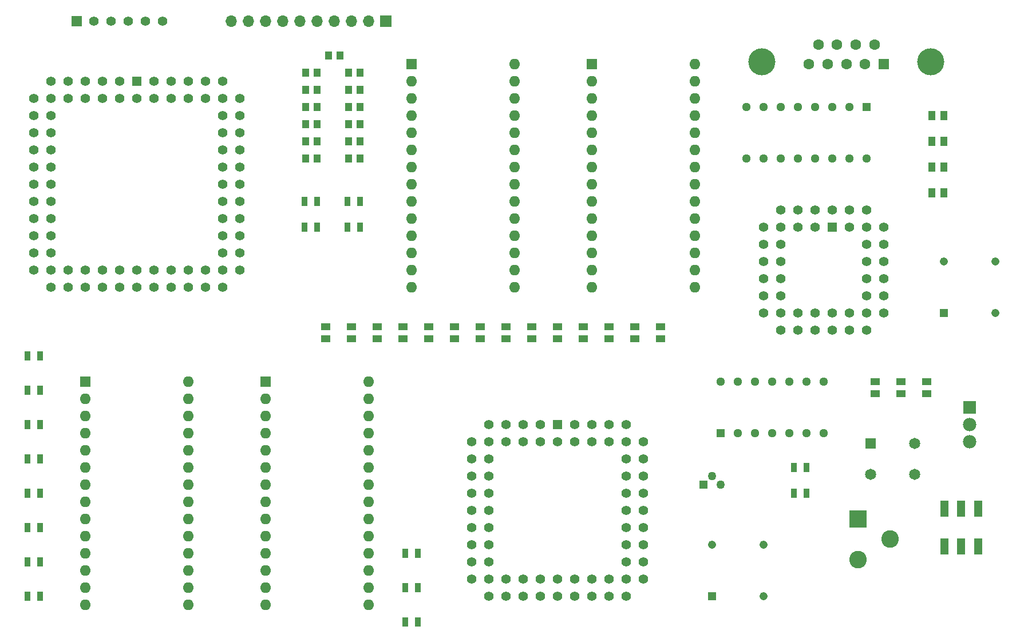
<source format=gbr>
%TF.GenerationSoftware,KiCad,Pcbnew,(5.1.12)-1*%
%TF.CreationDate,2022-04-22T18:12:23-05:00*%
%TF.ProjectId,Microcompuer,4d696372-6f63-46f6-9d70-7565722e6b69,rev?*%
%TF.SameCoordinates,Original*%
%TF.FileFunction,Soldermask,Top*%
%TF.FilePolarity,Negative*%
%FSLAX46Y46*%
G04 Gerber Fmt 4.6, Leading zero omitted, Abs format (unit mm)*
G04 Created by KiCad (PCBNEW (5.1.12)-1) date 2022-04-22 18:12:23*
%MOMM*%
%LPD*%
G01*
G04 APERTURE LIST*
%ADD10C,2.600000*%
%ADD11R,2.600000X2.600000*%
%ADD12O,1.600000X1.600000*%
%ADD13R,1.600000X1.600000*%
%ADD14C,1.295400*%
%ADD15R,1.295400X1.295400*%
%ADD16R,1.193800X2.489200*%
%ADD17C,1.650000*%
%ADD18R,1.650000X1.650000*%
%ADD19C,1.980000*%
%ADD20R,1.980000X1.980000*%
%ADD21R,0.914400X1.346200*%
%ADD22R,1.016000X1.193800*%
%ADD23C,1.422400*%
%ADD24R,1.524000X1.524000*%
%ADD25C,4.000000*%
%ADD26C,1.600000*%
%ADD27R,1.422400X1.422400*%
%ADD28C,1.270000*%
%ADD29R,1.270000X1.270000*%
%ADD30C,1.208000*%
%ADD31R,1.208000X1.208000*%
%ADD32R,0.900000X1.400000*%
%ADD33O,1.700000X1.700000*%
%ADD34R,1.700000X1.700000*%
%ADD35R,1.447800X1.117600*%
%ADD36R,1.117600X1.447800*%
G04 APERTURE END LIST*
D10*
%TO.C,PLUG1*%
X287910000Y-155400000D03*
X283210000Y-158400000D03*
D11*
X283210000Y-152400000D03*
%TD*%
D12*
%TO.C,UROM1*%
X232410000Y-85090000D03*
X217170000Y-118110000D03*
X232410000Y-87630000D03*
X217170000Y-115570000D03*
X232410000Y-90170000D03*
X217170000Y-113030000D03*
X232410000Y-92710000D03*
X217170000Y-110490000D03*
X232410000Y-95250000D03*
X217170000Y-107950000D03*
X232410000Y-97790000D03*
X217170000Y-105410000D03*
X232410000Y-100330000D03*
X217170000Y-102870000D03*
X232410000Y-102870000D03*
X217170000Y-100330000D03*
X232410000Y-105410000D03*
X217170000Y-97790000D03*
X232410000Y-107950000D03*
X217170000Y-95250000D03*
X232410000Y-110490000D03*
X217170000Y-92710000D03*
X232410000Y-113030000D03*
X217170000Y-90170000D03*
X232410000Y-115570000D03*
X217170000Y-87630000D03*
X232410000Y-118110000D03*
D13*
X217170000Y-85090000D03*
%TD*%
D12*
%TO.C,URAM1*%
X184150000Y-132080000D03*
X168910000Y-165100000D03*
X184150000Y-134620000D03*
X168910000Y-162560000D03*
X184150000Y-137160000D03*
X168910000Y-160020000D03*
X184150000Y-139700000D03*
X168910000Y-157480000D03*
X184150000Y-142240000D03*
X168910000Y-154940000D03*
X184150000Y-144780000D03*
X168910000Y-152400000D03*
X184150000Y-147320000D03*
X168910000Y-149860000D03*
X184150000Y-149860000D03*
X168910000Y-147320000D03*
X184150000Y-152400000D03*
X168910000Y-144780000D03*
X184150000Y-154940000D03*
X168910000Y-142240000D03*
X184150000Y-157480000D03*
X168910000Y-139700000D03*
X184150000Y-160020000D03*
X168910000Y-137160000D03*
X184150000Y-162560000D03*
X168910000Y-134620000D03*
X184150000Y-165100000D03*
D13*
X168910000Y-132080000D03*
%TD*%
D14*
%TO.C,U8*%
X262890000Y-132080000D03*
X265430000Y-132080000D03*
X267970000Y-132080000D03*
X270510000Y-132080000D03*
X273050000Y-132080000D03*
X275590000Y-132080000D03*
X278130000Y-132080000D03*
X278130000Y-139700000D03*
X275590000Y-139700000D03*
X273050000Y-139700000D03*
X270510000Y-139700000D03*
X267970000Y-139700000D03*
X265430000Y-139700000D03*
D15*
X262890000Y-139700000D03*
%TD*%
D16*
%TO.C,SW1*%
X300950000Y-156425900D03*
X298450000Y-156425900D03*
X295950000Y-156425900D03*
X295950000Y-150914100D03*
X298450000Y-150914100D03*
X300950000Y-150914100D03*
%TD*%
D17*
%TO.C,S1*%
X291540000Y-141260000D03*
D18*
X285040000Y-141260000D03*
D17*
X291540000Y-145760000D03*
X285040000Y-145760000D03*
%TD*%
D14*
%TO.C,RS1*%
X284480000Y-99060000D03*
X281940000Y-99060000D03*
X279400000Y-99060000D03*
X276860000Y-99060000D03*
X274320000Y-99060000D03*
X271780000Y-99060000D03*
X269240000Y-99060000D03*
X266700000Y-99060000D03*
X266700000Y-91440000D03*
X269240000Y-91440000D03*
X271780000Y-91440000D03*
X274320000Y-91440000D03*
X276860000Y-91440000D03*
X279400000Y-91440000D03*
X281940000Y-91440000D03*
D15*
X284480000Y-91440000D03*
%TD*%
D19*
%TO.C,REG1*%
X299720000Y-140990000D03*
X299720000Y-138440000D03*
D20*
X299720000Y-135890000D03*
%TD*%
D21*
%TO.C,R21*%
X209550500Y-109220000D03*
X207645500Y-109220000D03*
%TD*%
%TO.C,R20*%
X201295500Y-109220000D03*
X203200500Y-109220000D03*
%TD*%
D22*
%TO.C,R19*%
X203199900Y-91440000D03*
X201498100Y-91440000D03*
%TD*%
%TO.C,R18*%
X203199900Y-96520000D03*
X201498100Y-96520000D03*
%TD*%
D21*
%TO.C,R16*%
X209550500Y-105410000D03*
X207645500Y-105410000D03*
%TD*%
D22*
%TO.C,R15*%
X203199900Y-86360000D03*
X201498100Y-86360000D03*
%TD*%
%TO.C,R14*%
X203199900Y-88900000D03*
X201498100Y-88900000D03*
%TD*%
%TO.C,R13*%
X206590900Y-83820000D03*
X204889100Y-83820000D03*
%TD*%
%TO.C,R12*%
X209549900Y-93980000D03*
X207848100Y-93980000D03*
%TD*%
%TO.C,R11*%
X203199900Y-93980000D03*
X201498100Y-93980000D03*
%TD*%
%TO.C,R10*%
X203199900Y-99060000D03*
X201498100Y-99060000D03*
%TD*%
%TO.C,R9*%
X209549900Y-86360000D03*
X207848100Y-86360000D03*
%TD*%
%TO.C,R8*%
X209549900Y-91440000D03*
X207848100Y-91440000D03*
%TD*%
%TO.C,R7*%
X207848100Y-96520000D03*
X209549900Y-96520000D03*
%TD*%
%TO.C,R6*%
X207848100Y-88900000D03*
X209549900Y-88900000D03*
%TD*%
%TO.C,R5*%
X209549900Y-99060000D03*
X207848100Y-99060000D03*
%TD*%
D21*
%TO.C,R1*%
X203200500Y-105410000D03*
X201295500Y-105410000D03*
%TD*%
D12*
%TO.C,LROM1*%
X259080000Y-85090000D03*
X243840000Y-118110000D03*
X259080000Y-87630000D03*
X243840000Y-115570000D03*
X259080000Y-90170000D03*
X243840000Y-113030000D03*
X259080000Y-92710000D03*
X243840000Y-110490000D03*
X259080000Y-95250000D03*
X243840000Y-107950000D03*
X259080000Y-97790000D03*
X243840000Y-105410000D03*
X259080000Y-100330000D03*
X243840000Y-102870000D03*
X259080000Y-102870000D03*
X243840000Y-100330000D03*
X259080000Y-105410000D03*
X243840000Y-97790000D03*
X259080000Y-107950000D03*
X243840000Y-95250000D03*
X259080000Y-110490000D03*
X243840000Y-92710000D03*
X259080000Y-113030000D03*
X243840000Y-90170000D03*
X259080000Y-115570000D03*
X243840000Y-87630000D03*
X259080000Y-118110000D03*
D13*
X243840000Y-85090000D03*
%TD*%
D12*
%TO.C,LRAM1*%
X210820000Y-132080000D03*
X195580000Y-165100000D03*
X210820000Y-134620000D03*
X195580000Y-162560000D03*
X210820000Y-137160000D03*
X195580000Y-160020000D03*
X210820000Y-139700000D03*
X195580000Y-157480000D03*
X210820000Y-142240000D03*
X195580000Y-154940000D03*
X210820000Y-144780000D03*
X195580000Y-152400000D03*
X210820000Y-147320000D03*
X195580000Y-149860000D03*
X210820000Y-149860000D03*
X195580000Y-147320000D03*
X210820000Y-152400000D03*
X195580000Y-144780000D03*
X210820000Y-154940000D03*
X195580000Y-142240000D03*
X210820000Y-157480000D03*
X195580000Y-139700000D03*
X210820000Y-160020000D03*
X195580000Y-137160000D03*
X210820000Y-162560000D03*
X195580000Y-134620000D03*
X210820000Y-165100000D03*
D13*
X195580000Y-132080000D03*
%TD*%
D23*
%TO.C,JTAG1*%
X180340000Y-78740000D03*
X177800000Y-78740000D03*
X175260000Y-78740000D03*
X172720000Y-78740000D03*
X170180000Y-78740000D03*
D24*
X167640000Y-78740000D03*
%TD*%
D25*
%TO.C,J3*%
X268980000Y-84790000D03*
X293980000Y-84790000D03*
D26*
X277325000Y-82250000D03*
X280095000Y-82250000D03*
X282865000Y-82250000D03*
X285635000Y-82250000D03*
X275940000Y-85090000D03*
X278710000Y-85090000D03*
X281480000Y-85090000D03*
X284250000Y-85090000D03*
D13*
X287020000Y-85090000D03*
%TD*%
D23*
%TO.C,DUART1*%
X287020000Y-109220000D03*
X287020000Y-111760000D03*
X287020000Y-114300000D03*
X287020000Y-116840000D03*
X287020000Y-119380000D03*
X284480000Y-106680000D03*
X284480000Y-111760000D03*
X284480000Y-114300000D03*
X284480000Y-116840000D03*
X284480000Y-119380000D03*
X284480000Y-121920000D03*
X284480000Y-124460000D03*
X281940000Y-124460000D03*
X279400000Y-124460000D03*
X276860000Y-124460000D03*
X274320000Y-124460000D03*
X271780000Y-124460000D03*
X287020000Y-121920000D03*
X281940000Y-121920000D03*
X279400000Y-121920000D03*
X276860000Y-121920000D03*
X274320000Y-121920000D03*
X271780000Y-121920000D03*
X269240000Y-121920000D03*
X269240000Y-119380000D03*
X269240000Y-116840000D03*
X269240000Y-114300000D03*
X269240000Y-111760000D03*
X269240000Y-109220000D03*
X271780000Y-119380000D03*
X271780000Y-116840000D03*
X271780000Y-114300000D03*
X271780000Y-111760000D03*
X271780000Y-109220000D03*
X281940000Y-106680000D03*
X279400000Y-106680000D03*
X271780000Y-106680000D03*
X274320000Y-106680000D03*
X276860000Y-106680000D03*
X284480000Y-109220000D03*
X281940000Y-109220000D03*
X274320000Y-109220000D03*
X276860000Y-109220000D03*
D27*
X279400000Y-109220000D03*
%TD*%
D28*
%TO.C,DS1813*%
X262890000Y-147320000D03*
X261620000Y-146050000D03*
D29*
X260350000Y-147320000D03*
%TD*%
D30*
%TO.C,D_CLK1*%
X303530000Y-114300000D03*
X303530000Y-121920000D03*
D31*
X295910000Y-121920000D03*
D30*
X295910000Y-114300000D03*
%TD*%
D32*
%TO.C,D17*%
X275590000Y-144780000D03*
X273690000Y-144780000D03*
%TD*%
%TO.C,D16*%
X275590000Y-148590000D03*
X273690000Y-148590000D03*
%TD*%
%TO.C,D14*%
X216220000Y-157480000D03*
X218120000Y-157480000D03*
%TD*%
%TO.C,D13*%
X216220000Y-162560000D03*
X218120000Y-162560000D03*
%TD*%
%TO.C,D12*%
X216220000Y-167640000D03*
X218120000Y-167640000D03*
%TD*%
%TO.C,D11*%
X162240000Y-153670000D03*
X160340000Y-153670000D03*
%TD*%
%TO.C,D10*%
X162240000Y-148590000D03*
X160340000Y-148590000D03*
%TD*%
%TO.C,D9*%
X162240000Y-163830000D03*
X160340000Y-163830000D03*
%TD*%
%TO.C,D8*%
X162240000Y-138430000D03*
X160340000Y-138430000D03*
%TD*%
%TO.C,D7*%
X162240000Y-133350000D03*
X160340000Y-133350000D03*
%TD*%
%TO.C,D6*%
X162240000Y-143510000D03*
X160340000Y-143510000D03*
%TD*%
%TO.C,D5*%
X162240000Y-128270000D03*
X160340000Y-128270000D03*
%TD*%
%TO.C,D4*%
X162240000Y-158750000D03*
X160340000Y-158750000D03*
%TD*%
D30*
%TO.C,CPU_CLK1*%
X269240000Y-156210000D03*
X269240000Y-163830000D03*
D31*
X261620000Y-163830000D03*
D30*
X261620000Y-156210000D03*
%TD*%
D23*
%TO.C,CPU1*%
X251460000Y-140970000D03*
X251460000Y-143510000D03*
X251460000Y-146050000D03*
X251460000Y-148590000D03*
X251460000Y-151130000D03*
X251460000Y-153670000D03*
X251460000Y-156210000D03*
X251460000Y-158750000D03*
X248920000Y-138430000D03*
X248920000Y-143510000D03*
X248920000Y-146050000D03*
X248920000Y-148590000D03*
X248920000Y-151130000D03*
X248920000Y-153670000D03*
X248920000Y-156210000D03*
X248920000Y-158750000D03*
X248920000Y-161290000D03*
X248920000Y-163830000D03*
X246380000Y-163830000D03*
X243840000Y-163830000D03*
X241300000Y-163830000D03*
X238760000Y-163830000D03*
X236220000Y-163830000D03*
X233680000Y-163830000D03*
X231140000Y-163830000D03*
X228600000Y-163830000D03*
X251460000Y-161290000D03*
X246380000Y-161290000D03*
X243840000Y-161290000D03*
X241300000Y-161290000D03*
X238760000Y-161290000D03*
X236220000Y-161290000D03*
X233680000Y-161290000D03*
X231140000Y-161290000D03*
X228600000Y-161290000D03*
X226060000Y-161290000D03*
X226060000Y-158750000D03*
X226060000Y-156210000D03*
X226060000Y-153670000D03*
X226060000Y-151130000D03*
X226060000Y-148590000D03*
X226060000Y-146050000D03*
X226060000Y-143510000D03*
X226060000Y-140970000D03*
X228600000Y-158750000D03*
X228600000Y-156210000D03*
X228600000Y-153670000D03*
X228600000Y-151130000D03*
X228600000Y-148590000D03*
X228600000Y-146050000D03*
X228600000Y-143510000D03*
X228600000Y-140970000D03*
X246380000Y-138430000D03*
X243840000Y-138430000D03*
X241300000Y-138430000D03*
X228600000Y-138430000D03*
X231140000Y-138430000D03*
X233680000Y-138430000D03*
X236220000Y-138430000D03*
D27*
X238760000Y-138430000D03*
D23*
X248920000Y-140970000D03*
X246380000Y-140970000D03*
X243840000Y-140970000D03*
X241300000Y-140970000D03*
X231140000Y-140970000D03*
X233680000Y-140970000D03*
X236220000Y-140970000D03*
X238760000Y-140970000D03*
%TD*%
%TO.C,CPLD1*%
X191770000Y-92710000D03*
X191770000Y-95250000D03*
X191770000Y-97790000D03*
X191770000Y-100330000D03*
X191770000Y-102870000D03*
X191770000Y-105410000D03*
X191770000Y-107950000D03*
X191770000Y-110490000D03*
X191770000Y-113030000D03*
X191770000Y-115570000D03*
X189230000Y-92710000D03*
X189230000Y-95250000D03*
X189230000Y-97790000D03*
X189230000Y-100330000D03*
X189230000Y-102870000D03*
X189230000Y-105410000D03*
X189230000Y-107950000D03*
X189230000Y-110490000D03*
X189230000Y-113030000D03*
X189230000Y-115570000D03*
X189230000Y-118110000D03*
X186690000Y-118110000D03*
X184150000Y-118110000D03*
X181610000Y-118110000D03*
X179070000Y-118110000D03*
X176530000Y-118110000D03*
X173990000Y-118110000D03*
X171450000Y-118110000D03*
X168910000Y-118110000D03*
X166370000Y-118110000D03*
X163830000Y-118110000D03*
X186690000Y-115570000D03*
X184150000Y-115570000D03*
X181610000Y-115570000D03*
X179070000Y-115570000D03*
X176530000Y-115570000D03*
X173990000Y-115570000D03*
X171450000Y-115570000D03*
X168910000Y-115570000D03*
X166370000Y-115570000D03*
X163830000Y-115570000D03*
X161290000Y-115570000D03*
X161290000Y-113030000D03*
X161290000Y-110490000D03*
X161290000Y-107950000D03*
X161290000Y-105410000D03*
X161290000Y-102870000D03*
X161290000Y-100330000D03*
X161290000Y-97790000D03*
X161290000Y-95250000D03*
X161290000Y-92710000D03*
X161290000Y-90170000D03*
X163830000Y-113030000D03*
X163830000Y-110490000D03*
X163830000Y-107950000D03*
X163830000Y-105410000D03*
X163830000Y-102870000D03*
X163830000Y-100330000D03*
X163830000Y-97790000D03*
X163830000Y-95250000D03*
X163830000Y-92710000D03*
X163830000Y-90170000D03*
X189230000Y-87630000D03*
X186690000Y-87630000D03*
X184150000Y-87630000D03*
X181610000Y-87630000D03*
X179070000Y-87630000D03*
X163830000Y-87630000D03*
X166370000Y-87630000D03*
X168910000Y-87630000D03*
X171450000Y-87630000D03*
X173990000Y-87630000D03*
D27*
X176530000Y-87630000D03*
D23*
X191770000Y-90170000D03*
X189230000Y-90170000D03*
X186690000Y-90170000D03*
X184150000Y-90170000D03*
X181610000Y-90170000D03*
X179070000Y-90170000D03*
X166370000Y-90170000D03*
X168910000Y-90170000D03*
X171450000Y-90170000D03*
X173990000Y-90170000D03*
X176530000Y-90170000D03*
%TD*%
D33*
%TO.C,Con1*%
X190500000Y-78740000D03*
X193040000Y-78740000D03*
X195580000Y-78740000D03*
X198120000Y-78740000D03*
X200660000Y-78740000D03*
X203200000Y-78740000D03*
X205740000Y-78740000D03*
X208280000Y-78740000D03*
X210820000Y-78740000D03*
D34*
X213360000Y-78740000D03*
%TD*%
D35*
%TO.C,C21*%
X223520000Y-123936200D03*
X223520000Y-125729800D03*
%TD*%
%TO.C,C20*%
X204470000Y-123936200D03*
X204470000Y-125729800D03*
%TD*%
%TO.C,C19*%
X227330000Y-123936200D03*
X227330000Y-125729800D03*
%TD*%
%TO.C,C18*%
X212090000Y-123936200D03*
X212090000Y-125729800D03*
%TD*%
%TO.C,C17*%
X231140000Y-123936200D03*
X231140000Y-125729800D03*
%TD*%
%TO.C,C16*%
X250190000Y-123936200D03*
X250190000Y-125729800D03*
%TD*%
%TO.C,C15*%
X285750000Y-132080200D03*
X285750000Y-133873800D03*
%TD*%
%TO.C,C14*%
X215900000Y-123936200D03*
X215900000Y-125729800D03*
%TD*%
%TO.C,C13*%
X293370000Y-133873800D03*
X293370000Y-132080200D03*
%TD*%
%TO.C,C12*%
X242570000Y-123936200D03*
X242570000Y-125729800D03*
%TD*%
%TO.C,C11*%
X219710000Y-123936200D03*
X219710000Y-125729800D03*
%TD*%
%TO.C,C10*%
X238760000Y-123936200D03*
X238760000Y-125729800D03*
%TD*%
%TO.C,C9*%
X234950000Y-123936200D03*
X234950000Y-125729800D03*
%TD*%
%TO.C,C8*%
X289560000Y-132080200D03*
X289560000Y-133873800D03*
%TD*%
%TO.C,C7*%
X208280000Y-123936200D03*
X208280000Y-125729800D03*
%TD*%
%TO.C,C6*%
X254000000Y-123936200D03*
X254000000Y-125729800D03*
%TD*%
%TO.C,C5*%
X246380000Y-123936200D03*
X246380000Y-125729800D03*
%TD*%
D36*
%TO.C,C4*%
X295909800Y-96520000D03*
X294116200Y-96520000D03*
%TD*%
%TO.C,C3*%
X295909800Y-100330000D03*
X294116200Y-100330000D03*
%TD*%
%TO.C,C2*%
X295909800Y-92710000D03*
X294116200Y-92710000D03*
%TD*%
%TO.C,C1*%
X295909800Y-104140000D03*
X294116200Y-104140000D03*
%TD*%
M02*

</source>
